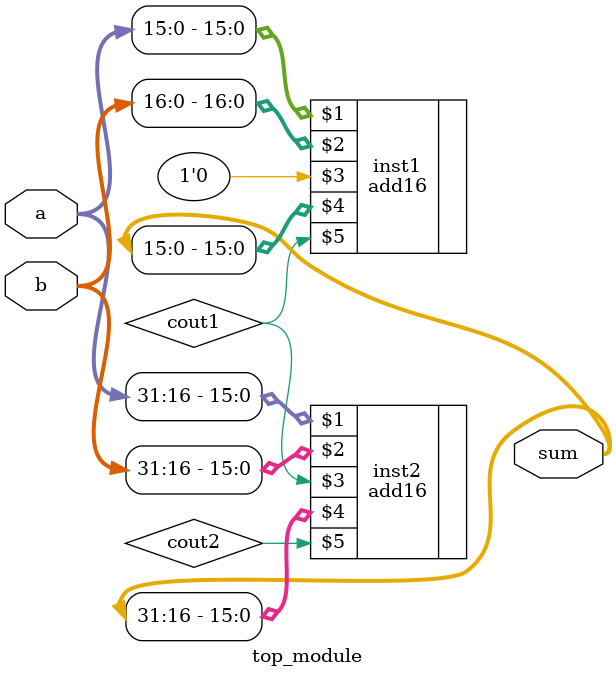
<source format=v>


//module add16 ( input[15:0] a, input[15:0] b, input cin, output[15:0] sum, output cout );

module top_module(
    input [31:0] a,
    input [31:0] b,
    output [31:0] sum
);
    wire cout1, cout2;
    add16 inst1(a[15:0], b[16:0], 1'b0, sum[15:0], cout1);
    add16 inst2(a[31:16], b[31:16], cout1, sum[31:16], cout2);
endmodule
</source>
